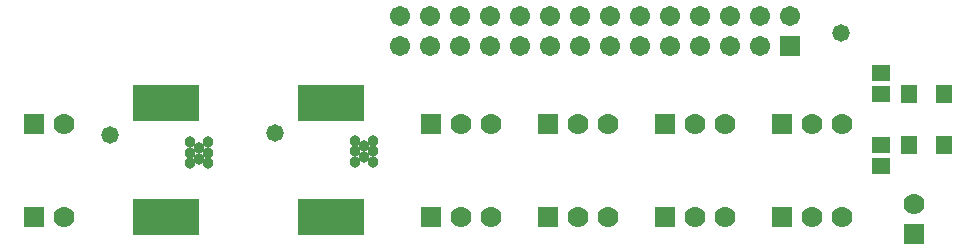
<source format=gts>
%FSLAX25Y25*%
%MOIN*%
G70*
G01*
G75*
G04 Layer_Color=8388736*
%ADD10R,0.04724X0.05512*%
%ADD11R,0.21260X0.11417*%
%ADD12R,0.05512X0.04724*%
%ADD13C,0.01000*%
%ADD14R,0.06200X0.06200*%
%ADD15C,0.06200*%
%ADD16R,0.06200X0.06200*%
%ADD17C,0.05906*%
%ADD18R,0.05906X0.05906*%
%ADD19C,0.03000*%
%ADD20C,0.05000*%
%ADD21R,0.01417X0.04685*%
%ADD22R,0.05512X0.04331*%
%ADD23R,0.04331X0.05512*%
%ADD24R,0.09843X0.06693*%
%ADD25R,0.12992X0.05512*%
%ADD26R,0.07520X0.02402*%
G04:AMPARAMS|DCode=27|XSize=122.05mil|YSize=94.88mil|CornerRadius=9.49mil|HoleSize=0mil|Usage=FLASHONLY|Rotation=270.000|XOffset=0mil|YOffset=0mil|HoleType=Round|Shape=RoundedRectangle|*
%AMROUNDEDRECTD27*
21,1,0.12205,0.07591,0,0,270.0*
21,1,0.10307,0.09488,0,0,270.0*
1,1,0.01898,-0.03795,-0.05154*
1,1,0.01898,-0.03795,0.05154*
1,1,0.01898,0.03795,0.05154*
1,1,0.01898,0.03795,-0.05154*
%
%ADD27ROUNDEDRECTD27*%
%ADD28R,0.04724X0.05512*%
%ADD29R,0.04331X0.06693*%
%ADD30C,0.00800*%
%ADD31C,0.00787*%
%ADD32C,0.00500*%
%ADD33R,0.05524X0.06312*%
%ADD34R,0.22060X0.12217*%
%ADD35R,0.06312X0.05524*%
%ADD36R,0.07000X0.07000*%
%ADD37C,0.07000*%
%ADD38R,0.07000X0.07000*%
%ADD39C,0.06706*%
%ADD40R,0.06706X0.06706*%
%ADD41C,0.03800*%
%ADD42C,0.05800*%
D33*
X517406Y255500D02*
D03*
X505594D02*
D03*
X517406Y238500D02*
D03*
X505594D02*
D03*
D34*
X258000Y214406D02*
D03*
Y252594D02*
D03*
X313000Y214406D02*
D03*
Y252594D02*
D03*
D35*
X496500Y255457D02*
D03*
Y262543D02*
D03*
Y238543D02*
D03*
Y231457D02*
D03*
D36*
X214000Y245500D02*
D03*
Y214500D02*
D03*
X346500Y245500D02*
D03*
Y214500D02*
D03*
X385500Y245500D02*
D03*
Y214500D02*
D03*
X424500Y245500D02*
D03*
Y214500D02*
D03*
X463500Y245500D02*
D03*
Y214500D02*
D03*
D37*
X224000Y245500D02*
D03*
Y214500D02*
D03*
X507500Y219000D02*
D03*
X366500Y245500D02*
D03*
X356500D02*
D03*
X366500Y214500D02*
D03*
X356500D02*
D03*
X405500Y245500D02*
D03*
X395500D02*
D03*
X405500Y214500D02*
D03*
X395500D02*
D03*
X444500Y245500D02*
D03*
X434500D02*
D03*
X444500Y214500D02*
D03*
X434500D02*
D03*
X483500Y245500D02*
D03*
X473500D02*
D03*
X483500Y214500D02*
D03*
X473500D02*
D03*
D38*
X507500Y209000D02*
D03*
D39*
X336000Y281500D02*
D03*
Y271500D02*
D03*
X346000Y281500D02*
D03*
Y271500D02*
D03*
X356000Y281500D02*
D03*
Y271500D02*
D03*
X366000Y281500D02*
D03*
Y271500D02*
D03*
X376000Y281500D02*
D03*
Y271500D02*
D03*
X386000Y281500D02*
D03*
Y271500D02*
D03*
X396000Y281500D02*
D03*
Y271500D02*
D03*
X406000Y281500D02*
D03*
Y271500D02*
D03*
X416000Y281500D02*
D03*
Y271500D02*
D03*
X426000Y281500D02*
D03*
Y271500D02*
D03*
X436000Y281500D02*
D03*
Y271500D02*
D03*
X446000Y281500D02*
D03*
Y271500D02*
D03*
X456000Y281500D02*
D03*
Y271500D02*
D03*
X466000Y281500D02*
D03*
D40*
Y271500D02*
D03*
D41*
X321110Y240000D02*
D03*
Y233000D02*
D03*
Y236500D02*
D03*
X327000Y240000D02*
D03*
Y236500D02*
D03*
X324055Y234512D02*
D03*
X327000Y233000D02*
D03*
X324055Y238094D02*
D03*
X266110Y239500D02*
D03*
Y232500D02*
D03*
Y236000D02*
D03*
X272000Y239500D02*
D03*
Y236000D02*
D03*
X269055Y234012D02*
D03*
X272000Y232500D02*
D03*
X269055Y237594D02*
D03*
D42*
X483000Y276000D02*
D03*
X313000Y250594D02*
D03*
X258500Y214500D02*
D03*
X258000Y250500D02*
D03*
X313500Y214500D02*
D03*
X294500Y242500D02*
D03*
X239500Y242000D02*
D03*
M02*

</source>
